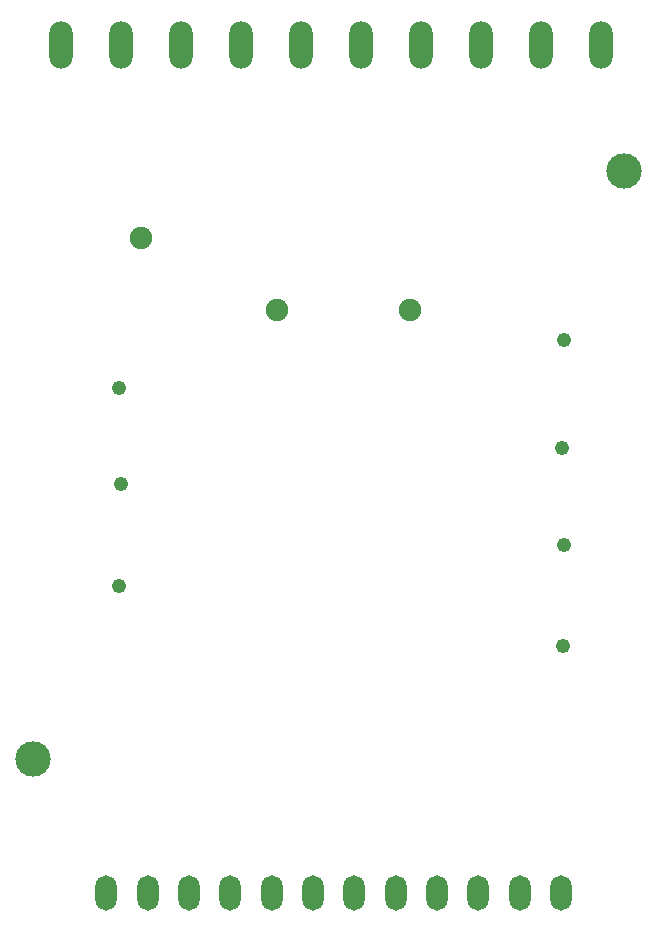
<source format=gbr>
%FSLAX23Y23*%
%MOIN*%
%ADD70O,0.07087X0.11811*%
%ADD91O,0.07874X0.15748*%
%ADD98C,0.04800*%
%ADD93C,0.07500*%
%ADD97C,0.11811*%
X000Y000D02*
D02*
D70*
X496Y321D03*
X634D03*
X772D03*
X909D03*
X1047D03*
X1185D03*
X1323D03*
X1461D03*
X1598D03*
X1736D03*
X1874D03*
X2012D03*
D02*
D91*
X345Y3147D03*
X545D03*
X745D03*
X945D03*
X1145D03*
X1345D03*
X1545D03*
X1745D03*
X1945D03*
X2145D03*
D02*
D93*
X613Y2503D03*
X1064Y2264D03*
X1508D03*
D02*
D97*
X253Y767D03*
X2223Y2729D03*
D02*
D98*
X539Y1346D03*
X540Y2006D03*
X546Y1685D03*
X2015Y1804D03*
X2019Y1143D03*
X2023Y1481D03*
Y2164D03*
X000Y000D02*
M02*

</source>
